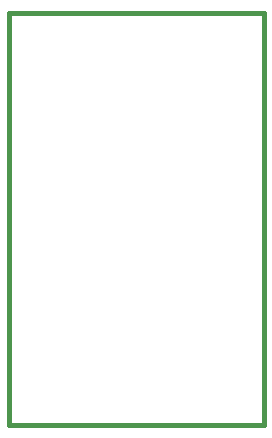
<source format=gbr>
G04 (created by PCBNEW-RS274X (2012-01-19 BZR 3256)-stable) date 2013-07-01 19:01:18*
G01*
G70*
G90*
%MOIN*%
G04 Gerber Fmt 3.4, Leading zero omitted, Abs format*
%FSLAX34Y34*%
G04 APERTURE LIST*
%ADD10C,0.006000*%
%ADD11C,0.015000*%
G04 APERTURE END LIST*
G54D10*
G54D11*
X33250Y-08000D02*
X33250Y-08250D01*
X24750Y-08000D02*
X33250Y-08000D01*
X24750Y-08250D02*
X24750Y-08000D01*
X33250Y-21750D02*
X33250Y-08250D01*
X24750Y-21750D02*
X33250Y-21750D01*
X24750Y-21750D02*
X24750Y-08250D01*
M02*

</source>
